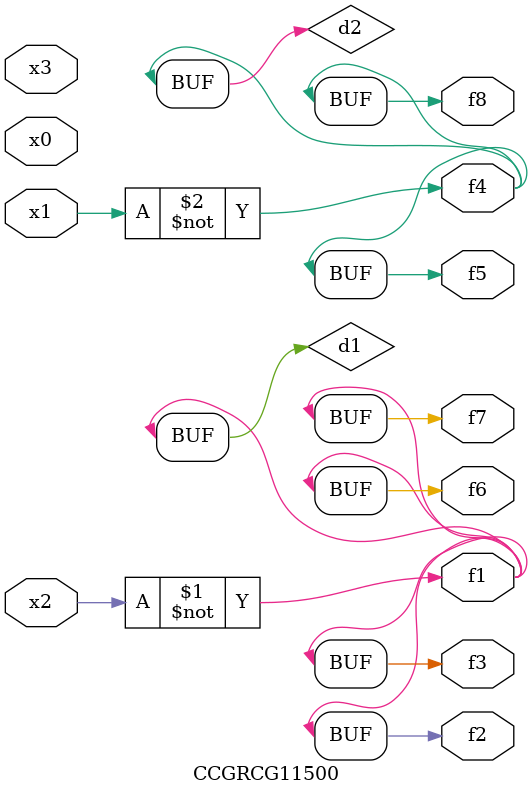
<source format=v>
module CCGRCG11500(
	input x0, x1, x2, x3,
	output f1, f2, f3, f4, f5, f6, f7, f8
);

	wire d1, d2;

	xnor (d1, x2);
	not (d2, x1);
	assign f1 = d1;
	assign f2 = d1;
	assign f3 = d1;
	assign f4 = d2;
	assign f5 = d2;
	assign f6 = d1;
	assign f7 = d1;
	assign f8 = d2;
endmodule

</source>
